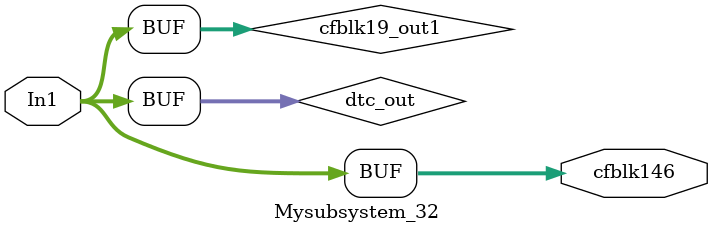
<source format=v>



`timescale 1 ns / 1 ns

module Mysubsystem_32
          (In1,
           cfblk146);


  input   [7:0] In1;  // uint8
  output  [7:0] cfblk146;  // uint8


  wire [7:0] dtc_out;  // ufix8
  wire [7:0] cfblk19_out1;  // uint8


  assign dtc_out = In1;



  assign cfblk19_out1 = dtc_out;



  assign cfblk146 = cfblk19_out1;

endmodule  // Mysubsystem_32


</source>
